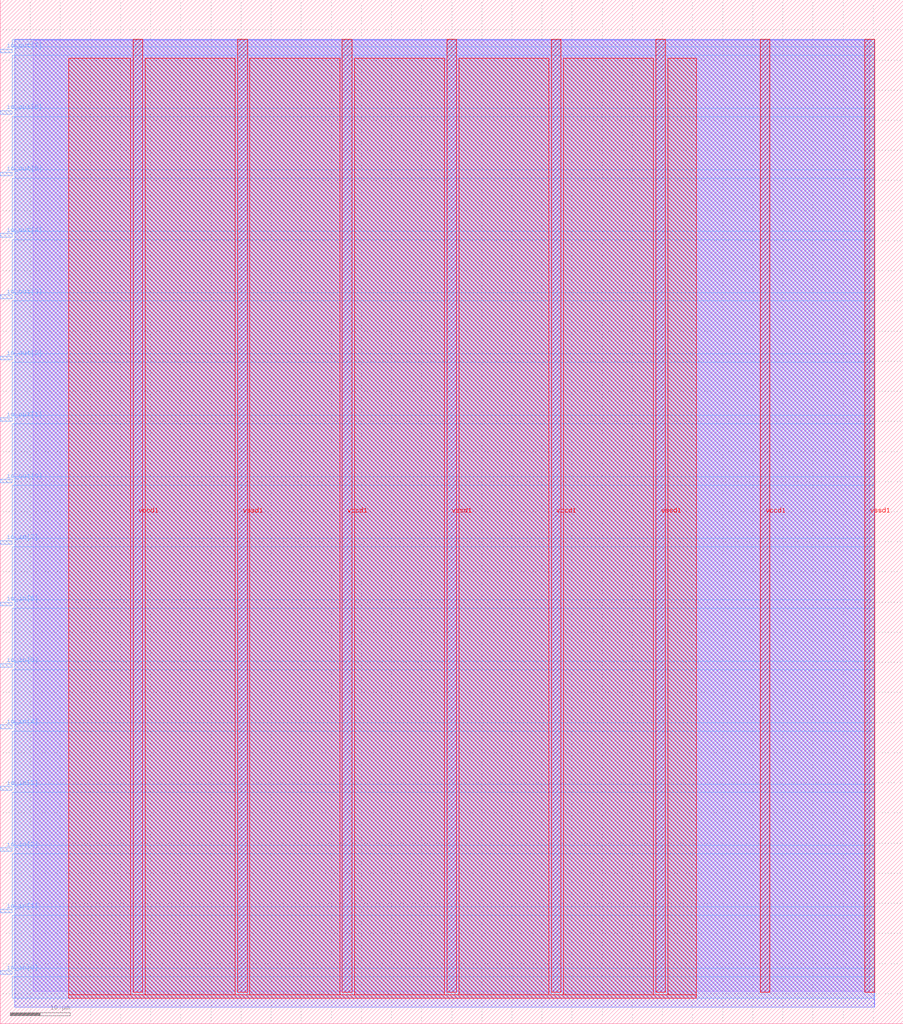
<source format=lef>
VERSION 5.7 ;
  NOWIREEXTENSIONATPIN ON ;
  DIVIDERCHAR "/" ;
  BUSBITCHARS "[]" ;
MACRO fraserbc_simon
  CLASS BLOCK ;
  FOREIGN fraserbc_simon ;
  ORIGIN 0.000 0.000 ;
  SIZE 150.000 BY 170.000 ;
  PIN io_in[0]
    DIRECTION INPUT ;
    USE SIGNAL ;
    PORT
      LAYER met3 ;
        RECT 0.000 8.200 2.000 8.800 ;
    END
  END io_in[0]
  PIN io_in[1]
    DIRECTION INPUT ;
    USE SIGNAL ;
    PORT
      LAYER met3 ;
        RECT 0.000 18.400 2.000 19.000 ;
    END
  END io_in[1]
  PIN io_in[2]
    DIRECTION INPUT ;
    USE SIGNAL ;
    PORT
      LAYER met3 ;
        RECT 0.000 28.600 2.000 29.200 ;
    END
  END io_in[2]
  PIN io_in[3]
    DIRECTION INPUT ;
    USE SIGNAL ;
    PORT
      LAYER met3 ;
        RECT 0.000 38.800 2.000 39.400 ;
    END
  END io_in[3]
  PIN io_in[4]
    DIRECTION INPUT ;
    USE SIGNAL ;
    PORT
      LAYER met3 ;
        RECT 0.000 49.000 2.000 49.600 ;
    END
  END io_in[4]
  PIN io_in[5]
    DIRECTION INPUT ;
    USE SIGNAL ;
    PORT
      LAYER met3 ;
        RECT 0.000 59.200 2.000 59.800 ;
    END
  END io_in[5]
  PIN io_in[6]
    DIRECTION INPUT ;
    USE SIGNAL ;
    PORT
      LAYER met3 ;
        RECT 0.000 69.400 2.000 70.000 ;
    END
  END io_in[6]
  PIN io_in[7]
    DIRECTION INPUT ;
    USE SIGNAL ;
    PORT
      LAYER met3 ;
        RECT 0.000 79.600 2.000 80.200 ;
    END
  END io_in[7]
  PIN io_out[0]
    DIRECTION OUTPUT TRISTATE ;
    USE SIGNAL ;
    PORT
      LAYER met3 ;
        RECT 0.000 89.800 2.000 90.400 ;
    END
  END io_out[0]
  PIN io_out[1]
    DIRECTION OUTPUT TRISTATE ;
    USE SIGNAL ;
    PORT
      LAYER met3 ;
        RECT 0.000 100.000 2.000 100.600 ;
    END
  END io_out[1]
  PIN io_out[2]
    DIRECTION OUTPUT TRISTATE ;
    USE SIGNAL ;
    PORT
      LAYER met3 ;
        RECT 0.000 110.200 2.000 110.800 ;
    END
  END io_out[2]
  PIN io_out[3]
    DIRECTION OUTPUT TRISTATE ;
    USE SIGNAL ;
    PORT
      LAYER met3 ;
        RECT 0.000 120.400 2.000 121.000 ;
    END
  END io_out[3]
  PIN io_out[4]
    DIRECTION OUTPUT TRISTATE ;
    USE SIGNAL ;
    PORT
      LAYER met3 ;
        RECT 0.000 130.600 2.000 131.200 ;
    END
  END io_out[4]
  PIN io_out[5]
    DIRECTION OUTPUT TRISTATE ;
    USE SIGNAL ;
    PORT
      LAYER met3 ;
        RECT 0.000 140.800 2.000 141.400 ;
    END
  END io_out[5]
  PIN io_out[6]
    DIRECTION OUTPUT TRISTATE ;
    USE SIGNAL ;
    PORT
      LAYER met3 ;
        RECT 0.000 151.000 2.000 151.600 ;
    END
  END io_out[6]
  PIN io_out[7]
    DIRECTION OUTPUT TRISTATE ;
    USE SIGNAL ;
    PORT
      LAYER met3 ;
        RECT 0.000 161.200 2.000 161.800 ;
    END
  END io_out[7]
  PIN vccd1
    DIRECTION INOUT ;
    USE POWER ;
    PORT
      LAYER met4 ;
        RECT 22.085 5.200 23.685 163.440 ;
    END
    PORT
      LAYER met4 ;
        RECT 56.815 5.200 58.415 163.440 ;
    END
    PORT
      LAYER met4 ;
        RECT 91.545 5.200 93.145 163.440 ;
    END
    PORT
      LAYER met4 ;
        RECT 126.275 5.200 127.875 163.440 ;
    END
  END vccd1
  PIN vssd1
    DIRECTION INOUT ;
    USE GROUND ;
    PORT
      LAYER met4 ;
        RECT 39.450 5.200 41.050 163.440 ;
    END
    PORT
      LAYER met4 ;
        RECT 74.180 5.200 75.780 163.440 ;
    END
    PORT
      LAYER met4 ;
        RECT 108.910 5.200 110.510 163.440 ;
    END
    PORT
      LAYER met4 ;
        RECT 143.640 5.200 145.240 163.440 ;
    END
  END vssd1
  OBS
      LAYER li1 ;
        RECT 5.520 5.355 144.440 163.285 ;
      LAYER met1 ;
        RECT 2.370 2.760 145.240 163.440 ;
      LAYER met2 ;
        RECT 2.390 2.730 145.210 163.385 ;
      LAYER met3 ;
        RECT 2.000 162.200 145.230 163.365 ;
        RECT 2.400 160.800 145.230 162.200 ;
        RECT 2.000 152.000 145.230 160.800 ;
        RECT 2.400 150.600 145.230 152.000 ;
        RECT 2.000 141.800 145.230 150.600 ;
        RECT 2.400 140.400 145.230 141.800 ;
        RECT 2.000 131.600 145.230 140.400 ;
        RECT 2.400 130.200 145.230 131.600 ;
        RECT 2.000 121.400 145.230 130.200 ;
        RECT 2.400 120.000 145.230 121.400 ;
        RECT 2.000 111.200 145.230 120.000 ;
        RECT 2.400 109.800 145.230 111.200 ;
        RECT 2.000 101.000 145.230 109.800 ;
        RECT 2.400 99.600 145.230 101.000 ;
        RECT 2.000 90.800 145.230 99.600 ;
        RECT 2.400 89.400 145.230 90.800 ;
        RECT 2.000 80.600 145.230 89.400 ;
        RECT 2.400 79.200 145.230 80.600 ;
        RECT 2.000 70.400 145.230 79.200 ;
        RECT 2.400 69.000 145.230 70.400 ;
        RECT 2.000 60.200 145.230 69.000 ;
        RECT 2.400 58.800 145.230 60.200 ;
        RECT 2.000 50.000 145.230 58.800 ;
        RECT 2.400 48.600 145.230 50.000 ;
        RECT 2.000 39.800 145.230 48.600 ;
        RECT 2.400 38.400 145.230 39.800 ;
        RECT 2.000 29.600 145.230 38.400 ;
        RECT 2.400 28.200 145.230 29.600 ;
        RECT 2.000 19.400 145.230 28.200 ;
        RECT 2.400 18.000 145.230 19.400 ;
        RECT 2.000 9.200 145.230 18.000 ;
        RECT 2.400 7.800 145.230 9.200 ;
        RECT 2.000 4.255 145.230 7.800 ;
      LAYER met4 ;
        RECT 11.335 4.800 21.685 160.305 ;
        RECT 24.085 4.800 39.050 160.305 ;
        RECT 41.450 4.800 56.415 160.305 ;
        RECT 58.815 4.800 73.780 160.305 ;
        RECT 76.180 4.800 91.145 160.305 ;
        RECT 93.545 4.800 108.510 160.305 ;
        RECT 110.910 4.800 115.625 160.305 ;
        RECT 11.335 4.255 115.625 4.800 ;
  END
END fraserbc_simon
END LIBRARY


</source>
